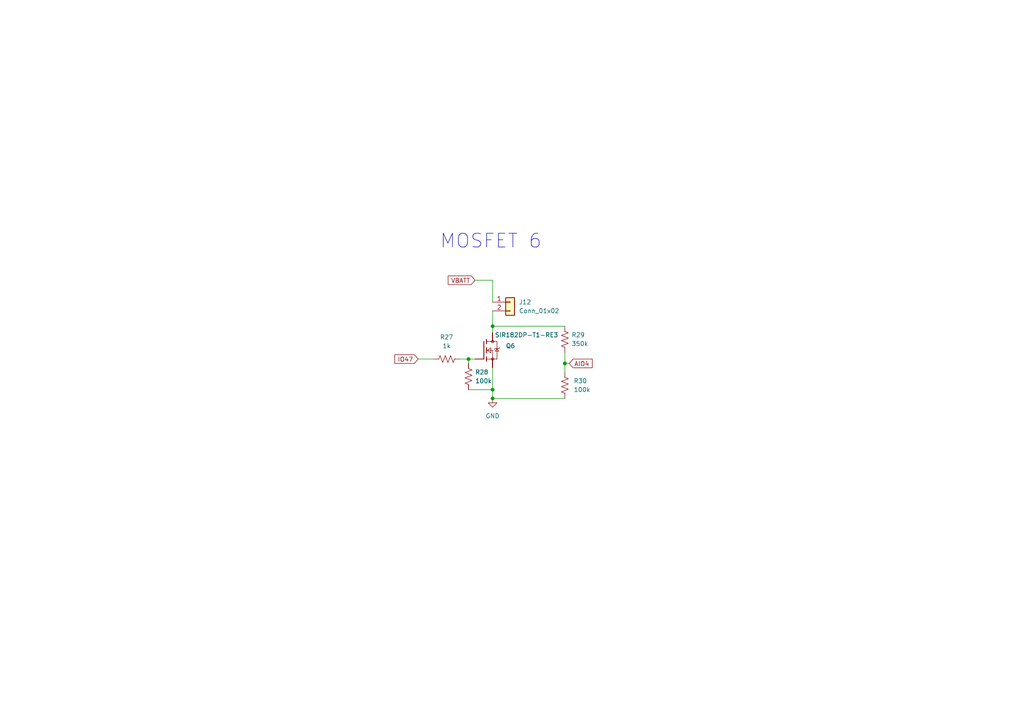
<source format=kicad_sch>
(kicad_sch (version 20211123) (generator eeschema)
  (paper "A4")
  (lib_symbols
    (symbol "Connector_Generic:Conn_01x02" (pin_names (offset 1.016) hide)
      (property "Reference" "J" (at 0 2.54 0))
      (property "Value" "Conn_01x02" (at 0 -5.08 0))
      (symbol "Conn_01x02_1_1"
        (rectangle (start -1.27 -2.413) (end 0 -2.667) (stroke (width 0.1524)))
        (rectangle (start -1.27 0.127) (end 0 -0.127) (stroke (width 0.1524)))
        (rectangle (start -1.27 1.27) (end 1.27 -3.81) (stroke (width 0.254)) (fill (type background)))
        (pin passive line (at -5.08 0 0) (length 3.81) (name "Pin_1") (number "1"))
        (pin passive line (at -5.08 -2.54 0) (length 3.81) (name "Pin_2") (number "2"))
      )
    )
    (symbol "Device:R_US" (pin_numbers hide) (pin_names (offset 0))
      (property "Reference" "R" (at 2.54 0 90))
      (property "Value" "R_US" (at -2.54 0 90))
      (symbol "R_US_0_1"
        (polyline (pts (xy 0 -2.286) (xy 0 -2.54)))
        (polyline (pts (xy 0 2.286) (xy 0 2.54)))
        (polyline (pts (xy 0 -0.762) (xy 1.016 -1.143) (xy 0 -1.524) (xy -1.016 -1.905) (xy 0 -2.286)))
        (polyline (pts (xy 0 0.762) (xy 1.016 0.381) (xy 0 0) (xy -1.016 -0.381) (xy 0 -0.762)))
        (polyline (pts (xy 0 2.286) (xy 1.016 1.905) (xy 0 1.524) (xy -1.016 1.143) (xy 0 0.762)))
      )
      (symbol "R_US_1_1"
        (pin passive line (at 0 3.81 270) (length 1.27) (name "~") (number "1"))
        (pin passive line (at 0 -3.81 90) (length 1.27) (name "~") (number "2"))
      )
    )
    (symbol "SIR182DP-T1-RE3:SIR182DP-T1-RE3" (pin_numbers hide) (pin_names (offset 1.016) hide)
      (property "Reference" "Q" (at -8.89 2.54 0))
      (property "Value" "SIR182DP-T1-RE3" (at 12.7 -3.81 0))
      (symbol "SIR182DP-T1-RE3_0_0"
        (polyline (pts (xy 0 2.54) (xy 0 -2.54)) (stroke (width 0.254)))
        (polyline (pts (xy 0.762 -2.54) (xy 0.762 -3.175)) (stroke (width 0.254)))
        (polyline (pts (xy 0.762 -1.905) (xy 0.762 -2.54)) (stroke (width 0.254)))
        (polyline (pts (xy 0.762 0) (xy 0.762 -0.762)) (stroke (width 0.254)))
        (polyline (pts (xy 0.762 0) (xy 2.54 0)) (stroke (width 0.1524)))
        (polyline (pts (xy 0.762 0.762) (xy 0.762 0)) (stroke (width 0.254)))
        (polyline (pts (xy 0.762 2.54) (xy 0.762 1.905)) (stroke (width 0.254)))
        (polyline (pts (xy 0.762 2.54) (xy 3.81 2.54)) (stroke (width 0.1524)))
        (polyline (pts (xy 0.762 3.175) (xy 0.762 2.54)) (stroke (width 0.254)))
        (polyline (pts (xy 2.54 -2.54) (xy 0.762 -2.54)) (stroke (width 0.1524)))
        (polyline (pts (xy 2.54 -2.54) (xy 3.81 -2.54)) (stroke (width 0.1524)))
        (polyline (pts (xy 2.54 0) (xy 2.54 -2.54)) (stroke (width 0.1524)))
        (polyline (pts (xy 3.302 0.508) (xy 3.048 0.254)) (stroke (width 0.1524)))
        (polyline (pts (xy 3.81 0.508) (xy 3.302 0.508)) (stroke (width 0.1524)))
        (polyline (pts (xy 3.81 0.508) (xy 3.81 -2.54)) (stroke (width 0.1524)))
        (polyline (pts (xy 3.81 2.54) (xy 3.81 0.508)) (stroke (width 0.1524)))
        (polyline (pts (xy 4.318 0.508) (xy 3.81 0.508)) (stroke (width 0.1524)))
        (polyline (pts (xy 4.572 0.762) (xy 4.318 0.508)) (stroke (width 0.1524)))
        (polyline (pts (xy 1.016 0) (xy 2.032 0.762) (xy 2.032 -0.762) (xy 1.016 0)) (stroke (width 0.1524)) (fill (type background)))
        (polyline (pts (xy 3.81 0.508) (xy 3.302 -0.254) (xy 4.318 -0.254) (xy 3.81 0.508)) (stroke (width 0.1524)) (fill (type background)))
        (circle (center 2.54 -2.54) (radius 0.3556))
        (circle (center 2.54 2.54) (radius 0.3556))
        (pin passive line (at 2.54 -5.08 90) (length 2.54) (name "~") (number "1"))
        (pin passive line (at 2.54 -5.08 90) (length 2.54) (name "~") (number "2"))
        (pin passive line (at 2.54 -5.08 90) (length 2.54) (name "~") (number "3"))
        (pin passive line (at -2.54 -2.54 0) (length 2.54) (name "~") (number "4"))
        (pin passive line (at 2.54 5.08 270) (length 2.54) (name "~") (number "5"))
        (pin passive line (at 2.54 5.08 270) (length 2.54) (name "~") (number "6"))
        (pin passive line (at 2.54 5.08 270) (length 2.54) (name "~") (number "7"))
        (pin passive line (at 2.54 5.08 270) (length 2.54) (name "~") (number "8"))
        (pin passive line (at 2.54 5.08 270) (length 2.54) (name "~") (number "9"))
      )
    )
    (symbol "power:GND" (power) (pin_names (offset 0))
      (property "Value" "GND" (at 0 -3.81 0))
      (symbol "GND_0_1"
        (polyline (pts (xy 0 0) (xy 0 -1.27) (xy 1.27 -1.27) (xy 0 -2.54) (xy -1.27 -1.27) (xy 0 -1.27)))
      )
      (symbol "GND_1_1"
        (pin power_in line (at 0 0 270) (length 0) hide (name "GND") (number "1"))
      )
    )
  )
  (junction (at 142.875 94.615))
  (junction (at 135.89 104.14))
  (junction (at 142.875 113.03))
  (junction (at 142.875 115.57))
  (junction (at 163.83 105.41))
  (wire (pts (xy 163.83 105.41) (xy 163.83 107.95)))
  (wire (pts (xy 142.875 94.615) (xy 163.83 94.615)))
  (wire (pts (xy 163.83 102.235) (xy 163.83 105.41)))
  (wire (pts (xy 135.89 104.14) (xy 137.795 104.14)))
  (wire (pts (xy 142.875 90.17) (xy 142.875 94.615)))
  (wire (pts (xy 142.875 94.615) (xy 142.875 96.52)))
  (wire (pts (xy 142.875 113.03) (xy 142.875 115.57)))
  (wire (pts (xy 135.89 104.14) (xy 135.89 105.41)))
  (wire (pts (xy 163.83 105.41) (xy 165.1 105.41)))
  (wire (pts (xy 163.83 115.57) (xy 142.875 115.57)))
  (wire (pts (xy 137.795 81.28) (xy 142.875 81.28)))
  (wire (pts (xy 133.35 104.14) (xy 135.89 104.14)))
  (wire (pts (xy 121.285 104.14) (xy 125.73 104.14)))
  (wire (pts (xy 142.875 81.28) (xy 142.875 87.63)))
  (wire (pts (xy 135.89 113.03) (xy 142.875 113.03)))
  (wire (pts (xy 142.875 106.68) (xy 142.875 113.03)))
  (text " MOSFET 6" (at 124.46 72.39 0) (effects (font (size 4 4)) (justify left bottom)))
  (global_label "IO47" (shape input) (at 121.285 104.14 180) (property "Intersheet References" "${INTERSHEET_REFS}" (effects hide)))
  (global_label "AIO4" (shape input) (at 165.1 105.41 0) (property "Intersheet References" "${INTERSHEET_REFS}" (effects hide)))
  (global_label "VBATT" (shape input) (at 137.795 81.28 180) (property "Intersheet References" "${INTERSHEET_REFS}" (effects hide)))
  (symbol (lib_id "Device:R_US") (at 163.83 98.425 180) (unit 1)
    (property "Reference" "R29" (at 165.735 97.1549 0) (effects (justify right)))
    (property "Value" "350k" (at 165.735 99.6949 0) (effects (justify right)))
    (property "Footprint" "Resistor_SMD:R_0603_1608Metric" (effects hide))
  )
  (symbol (lib_id "Device:R_US") (at 129.54 104.14 270) (unit 1)
    (property "Reference" "R27" (at 129.54 97.79 90))
    (property "Value" "1k" (at 129.54 100.33 90))
    (property "Footprint" "Resistor_SMD:R_0603_1608Metric" (effects hide))
  )
  (symbol (lib_id "Connector_Generic:Conn_01x02") (at 147.955 87.63 0) (unit 1)
    (property "Reference" "J12" (at 150.495 87.6299 0) (effects (justify left)))
    (property "Value" "Conn_01x02" (at 150.495 90.1699 0) (effects (justify left)))
    (property "Footprint" "Global Footprints:OSTT7020150" (effects hide))
  )
  (symbol (lib_id "SIR182DP-T1-RE3:SIR182DP-T1-RE3") (at 140.335 101.6 0) (unit 1)
    (property "Reference" "Q6" (at 146.685 100.3299 0) (effects (justify left)))
    (property "Value" "SIR182DP-T1-RE3" (at 143.51 97.155 0) (effects (justify left)))
    (property "Footprint" "Global Footprints:TRANS_SIR182DP-T1-RE3" (effects hide))
    (property "PARTREV" "B" (effects hide))
    (property "MF" "Vishay" (effects hide))
    (property "STANDARD" "Manufacturer Recommendations" (effects hide))
  )
  (symbol (lib_id "power:GND") (at 142.875 115.57 0) (unit 1)
    (property "Reference" "#PWR018" (effects hide))
    (property "Value" "GND" (at 142.875 120.65 0))
  )
  (symbol (lib_id "Device:R_US") (at 163.83 111.76 0) (unit 1)
    (property "Reference" "R30" (at 166.37 110.4899 0) (effects (justify left)))
    (property "Value" "100k" (at 166.37 113.0299 0) (effects (justify left)))
    (property "Footprint" "Resistor_SMD:R_0603_1608Metric" (effects hide))
  )
  (symbol (lib_id "Device:R_US") (at 135.89 109.22 180) (unit 1)
    (property "Reference" "R28" (at 137.795 107.9499 0) (effects (justify right)))
    (property "Value" "100k" (at 137.795 110.4899 0) (effects (justify right)))
    (property "Footprint" "Resistor_SMD:R_0603_1608Metric" (effects hide))
  )
)
</source>
